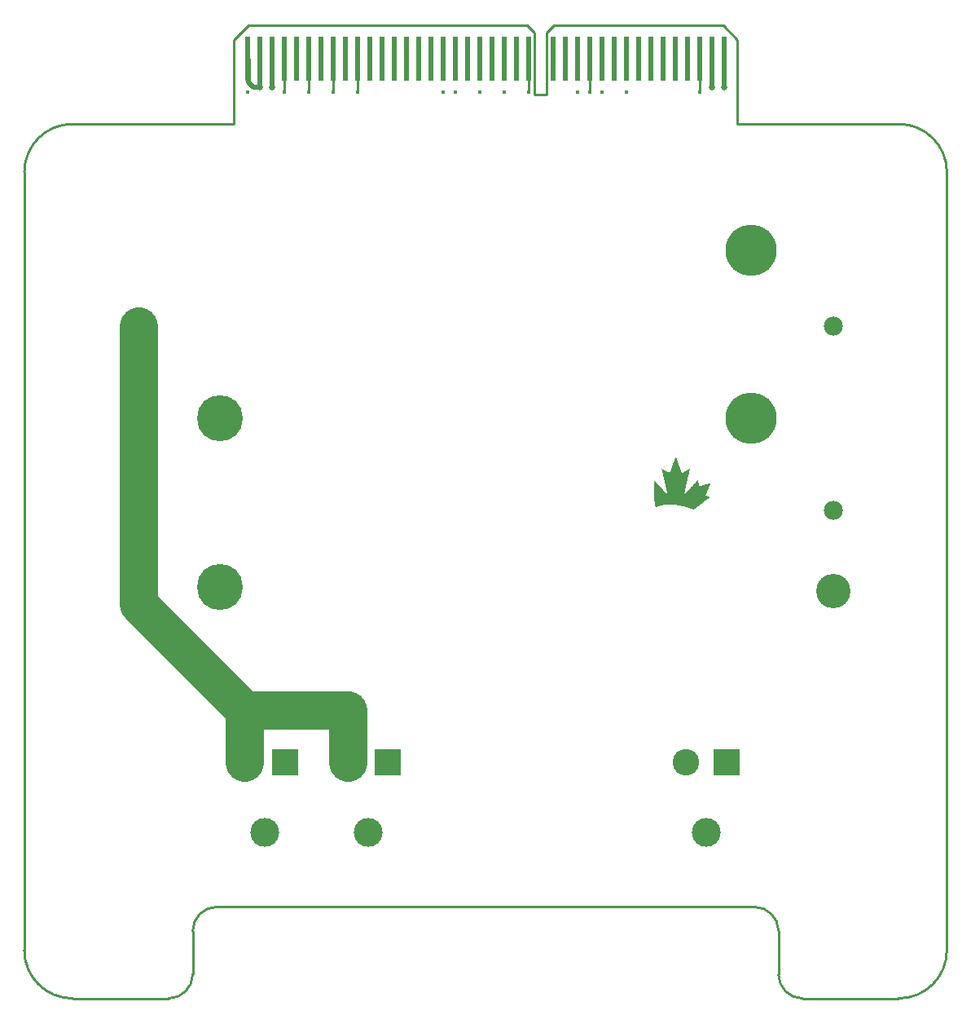
<source format=gbr>
%TF.GenerationSoftware,Altium Limited,Altium Designer,22.11.1 (43)*%
G04 Layer_Physical_Order=2*
G04 Layer_Color=16711680*
%FSLAX45Y45*%
%MOMM*%
%TF.SameCoordinates,CC3570FD-A2D7-4FBA-AFAC-830B96578B4B*%
%TF.FilePolarity,Positive*%
%TF.FileFunction,Copper,L2,Bot,Signal*%
%TF.Part,Single*%
G01*
G75*
%TA.AperFunction,SMDPad,CuDef*%
%ADD10R,0.53000X4.57200*%
%TA.AperFunction,Conductor*%
%ADD11C,4.00000*%
%ADD12C,0.29300*%
%ADD13C,0.50000*%
%TA.AperFunction,NonConductor*%
%ADD14C,0.25400*%
%TA.AperFunction,ComponentPad*%
%ADD15C,3.00000*%
%ADD16R,2.75000X2.75000*%
%ADD17C,2.75000*%
%ADD18C,1.98000*%
%ADD19C,3.57000*%
%ADD20C,5.32500*%
%ADD21C,4.77000*%
%TA.AperFunction,ViaPad*%
%ADD22C,0.44400*%
%ADD23C,0.63500*%
G36*
X6654274Y5372238D02*
X6655309Y5368099D01*
X6655826Y5363442D01*
X6656861Y5360855D01*
X6657378Y5358786D01*
X6657896Y5355164D01*
X6658413Y5353094D01*
X6659448Y5349472D01*
X6660483Y5345332D01*
X6661000Y5341193D01*
X6662035Y5338606D01*
X6662553Y5336536D01*
X6663329Y5331621D01*
X6663846Y5329551D01*
X6665140Y5325153D01*
X6665916Y5320755D01*
X6666433Y5318168D01*
X6667727Y5314805D01*
X6668244Y5309630D01*
X6668762Y5308078D01*
X6669797Y5304456D01*
X6670314Y5302386D01*
X6671090Y5297471D01*
X6672384Y5294108D01*
X6673677Y5286605D01*
X6674971Y5283242D01*
X6675747Y5277291D01*
X6676264Y5275222D01*
X6677040Y5272893D01*
X6677558Y5270824D01*
X6678334Y5265908D01*
X6679369Y5263321D01*
X6679886Y5261251D01*
X6680921Y5255042D01*
X6682215Y5250644D01*
X6682732Y5248574D01*
X6683250Y5243918D01*
X6684284Y5241331D01*
X6684802Y5239261D01*
X6685578Y5234863D01*
X6686354Y5232017D01*
X6686095Y5231241D01*
X6684543Y5231758D01*
X6682215Y5233569D01*
X6681697Y5234604D01*
X6680145Y5236156D01*
X6679627Y5237191D01*
X6677817Y5238485D01*
X6676782Y5240037D01*
X6675747Y5240554D01*
X6674971Y5241331D01*
X6674454Y5242365D01*
X6672384Y5244435D01*
X6672125Y5245211D01*
X6671090Y5245729D01*
X6670314Y5246505D01*
X6669797Y5247540D01*
X6667986Y5248833D01*
X6666951Y5250385D01*
X6665916Y5250903D01*
X6663846Y5254008D01*
X6661777Y5256077D01*
X6661000Y5256336D01*
X6660483Y5257371D01*
X6657378Y5260475D01*
X6656861Y5261510D01*
X6650652Y5267719D01*
X6650135Y5268754D01*
X6642373Y5276515D01*
X6641856Y5277550D01*
X6640303Y5279102D01*
X6640045Y5279879D01*
X6639010Y5280396D01*
X6637716Y5281690D01*
X6637458Y5282466D01*
X6636423Y5282983D01*
X6635129Y5284277D01*
X6634612Y5285312D01*
X6633577Y5285829D01*
X6633060Y5286864D01*
X6630472Y5289451D01*
X6630214Y5290227D01*
X6629179Y5290745D01*
X6628403Y5291521D01*
X6627885Y5292556D01*
X6626333Y5293590D01*
X6625816Y5294625D01*
X6623487Y5297471D01*
X6618054Y5302904D01*
X6617537Y5303939D01*
X6610293Y5311183D01*
X6609776Y5312217D01*
X6603049Y5318944D01*
X6602532Y5319979D01*
X6595805Y5326705D01*
X6595288Y5327740D01*
X6593218Y5329810D01*
X6592701Y5330845D01*
X6585974Y5337571D01*
X6585457Y5338606D01*
X6578213Y5345850D01*
X6577696Y5346885D01*
X6570451Y5354129D01*
X6569934Y5355164D01*
X6563208Y5361890D01*
X6562690Y5362925D01*
X6560620Y5364995D01*
X6560103Y5366029D01*
X6559327Y5366806D01*
X6558551Y5367064D01*
X6558033Y5368099D01*
X6553377Y5372756D01*
X6552859Y5373791D01*
X6552083Y5374567D01*
X6551307Y5374826D01*
X6550790Y5375860D01*
X6549496Y5377154D01*
X6548461Y5377671D01*
X6547168Y5379483D01*
X6546133Y5380517D01*
X6545615Y5381552D01*
X6544839Y5382328D01*
X6542511Y5382069D01*
X6543287Y5295919D01*
X6544322Y5240037D01*
X6544839Y5237450D01*
X6545356Y5220375D01*
X6545874Y5205887D01*
X6546391Y5195021D01*
X6547426Y5181568D01*
X6548202Y5178722D01*
X6548979Y5167598D01*
X6550013Y5159319D01*
X6550790Y5156473D01*
X6551566Y5147418D01*
X6552083Y5145349D01*
X6552859Y5142503D01*
X6553635Y5137070D01*
X6554153Y5132931D01*
X6554670Y5130344D01*
X6555964Y5125946D01*
X6556481Y5119737D01*
X6558033Y5116114D01*
X6559327Y5108612D01*
X6560620Y5105249D01*
X6561138Y5102144D01*
X6561914Y5101368D01*
X6564501Y5101885D01*
X6568123Y5103438D01*
X6570193Y5103955D01*
X6574850Y5106025D01*
X6578213Y5106801D01*
X6578989Y5107577D01*
X6582611Y5108612D01*
X6585457Y5109388D01*
X6588303Y5110681D01*
X6590372Y5111199D01*
X6593736Y5111975D01*
X6596323Y5113010D01*
X6599168Y5113786D01*
X6603049Y5114562D01*
X6606412Y5115856D01*
X6610034Y5116373D01*
X6617278Y5118443D01*
X6622194Y5119219D01*
X6626592Y5120512D01*
X6630214Y5121030D01*
X6635129Y5121806D01*
X6640303Y5122841D01*
X6642373Y5123358D01*
X6648065Y5123876D01*
X6652722Y5124393D01*
X6655568Y5125169D01*
X6666951Y5126204D01*
X6680404Y5127239D01*
X6686095Y5127757D01*
X6687648Y5128274D01*
X6735250Y5127757D01*
X6736803Y5127239D01*
X6751291Y5126722D01*
X6752843Y5126204D01*
X6764226Y5125687D01*
X6766813Y5124652D01*
X6768107Y5124911D01*
X6770176Y5124393D01*
X6774833Y5123876D01*
X6780525Y5123358D01*
X6784664Y5122841D01*
X6787510Y5122065D01*
X6792426Y5121289D01*
X6798117Y5120771D01*
X6803809Y5119737D01*
X6806655Y5118960D01*
X6813123Y5118184D01*
X6815192Y5117667D01*
X6818038Y5116890D01*
X6820108Y5116373D01*
X6825799Y5115856D01*
X6828387Y5114821D01*
X6832526Y5113786D01*
X6837183Y5113269D01*
X6839770Y5112234D01*
X6841840Y5111716D01*
X6845462Y5111199D01*
X6848825Y5110423D01*
X6852188Y5109129D01*
X6857103Y5108353D01*
X6861243Y5106801D01*
X6863830Y5106283D01*
X6866934Y5105766D01*
X6869522Y5104731D01*
X6871850Y5103955D01*
X6875989Y5103438D01*
X6880646Y5101368D01*
X6884786Y5100851D01*
X6888408Y5099298D01*
X6890477Y5098781D01*
X6893323Y5098005D01*
X6896169Y5096711D01*
X6900567Y5095935D01*
X6904965Y5094124D01*
X6909104Y5093089D01*
X6910139Y5092054D01*
X6916090Y5090761D01*
X6916866Y5089985D01*
X6920488Y5088950D01*
X6923334Y5088174D01*
X6926179Y5086880D01*
X6930319Y5085845D01*
X6933941Y5084293D01*
X6936010Y5083775D01*
X6940667Y5081706D01*
X6944030Y5080930D01*
X6944807Y5080154D01*
X6947394Y5079119D01*
X6950757Y5078343D01*
X6954120Y5076532D01*
X6957225Y5077049D01*
X6958260Y5078601D01*
X6960847Y5080154D01*
X6961881Y5081188D01*
X6962916Y5081706D01*
X6964469Y5083258D01*
X6967056Y5084811D01*
X6968090Y5085845D01*
X6969126Y5086363D01*
X6971971Y5088691D01*
X6973782Y5089985D01*
X6974817Y5091020D01*
X6977404Y5092572D01*
X6978439Y5093607D01*
X6979474Y5094124D01*
X6984131Y5097746D01*
X6987753Y5100333D01*
X6994220Y5105249D01*
X6997325Y5107318D01*
X6998618Y5108612D01*
X6999653Y5109129D01*
X7001206Y5110681D01*
X7003793Y5112234D01*
X7004827Y5113269D01*
X7007415Y5114821D01*
X7008967Y5116373D01*
X7010002Y5116890D01*
X7011554Y5118443D01*
X7014141Y5119995D01*
X7015176Y5121030D01*
X7017763Y5122582D01*
X7018798Y5123617D01*
X7019833Y5124135D01*
X7021385Y5125687D01*
X7022420Y5126204D01*
X7027335Y5129567D01*
X7027853Y5130602D01*
X7030699Y5132413D01*
X7031733Y5133448D01*
X7034321Y5135000D01*
X7035356Y5136035D01*
X7037684Y5137329D01*
X7037942Y5138105D01*
X7040530Y5139657D01*
X7041565Y5140692D01*
X7044152Y5142244D01*
X7045187Y5143279D01*
X7046998Y5144055D01*
X7047515Y5145090D01*
X7048291Y5145866D01*
X7050878Y5147418D01*
X7051913Y5148453D01*
X7054500Y5150006D01*
X7055535Y5151040D01*
X7056570Y5151558D01*
X7058122Y5153110D01*
X7060709Y5154662D01*
X7061744Y5155697D01*
X7062779Y5156215D01*
X7064331Y5157767D01*
X7066918Y5159319D01*
X7068470Y5160872D01*
X7071057Y5162424D01*
X7072093Y5163459D01*
X7073127Y5163976D01*
X7074680Y5165528D01*
X7077267Y5167081D01*
X7078819Y5168633D01*
X7079854Y5169150D01*
X7080889Y5170185D01*
X7084252Y5171996D01*
X7084511Y5172772D01*
X7087098Y5174324D01*
X7088133Y5175359D01*
X7089167Y5175877D01*
X7090720Y5177429D01*
X7091754Y5177946D01*
X7094600Y5180275D01*
X7097446Y5182086D01*
X7098481Y5183121D01*
X7099516Y5183638D01*
X7101068Y5185190D01*
X7103655Y5186742D01*
X7104690Y5187778D01*
X7107277Y5189330D01*
X7108829Y5190882D01*
X7109864Y5191399D01*
X7111417Y5192952D01*
X7114004Y5194504D01*
X7115039Y5195539D01*
X7117626Y5197091D01*
X7119178Y5198643D01*
X7120213Y5199161D01*
X7121248Y5200196D01*
X7122282Y5200713D01*
X7125128Y5203041D01*
X7127198Y5204076D01*
X7127715Y5206146D01*
X7127198Y5207181D01*
X7124352Y5207957D01*
X7120471Y5208733D01*
X7117108Y5210027D01*
X7115039Y5210544D01*
X7111417Y5211061D01*
X7107795Y5212614D01*
X7104173Y5213131D01*
X7100809Y5214425D01*
X7097963Y5215201D01*
X7092531Y5216494D01*
X7089943Y5217529D01*
X7086839Y5218047D01*
X7084252Y5218564D01*
X7081406Y5219858D01*
X7078819Y5220893D01*
X7078560Y5222704D01*
X7080113Y5224256D01*
X7080630Y5227360D01*
X7083217Y5233052D01*
X7083734Y5234087D01*
X7085287Y5237709D01*
X7087356Y5242365D01*
X7088650Y5245729D01*
X7089426Y5246505D01*
X7090202Y5249868D01*
X7092013Y5253231D01*
X7093307Y5256595D01*
X7094600Y5259440D01*
X7095118Y5261510D01*
X7095635Y5262545D01*
X7096670Y5263580D01*
X7097187Y5265650D01*
X7098481Y5269013D01*
X7099257Y5269789D01*
X7099774Y5271859D01*
X7100809Y5274446D01*
X7102362Y5278068D01*
X7103397Y5280655D01*
X7104949Y5284277D01*
X7105466Y5285829D01*
X7107019Y5288416D01*
X7107536Y5290486D01*
X7110123Y5296177D01*
X7110640Y5298247D01*
X7111675Y5299282D01*
X7112193Y5301352D01*
X7114780Y5307043D01*
X7115556Y5309889D01*
X7116332Y5310665D01*
X7117367Y5313252D01*
X7117884Y5315322D01*
X7118919Y5316357D01*
X7120730Y5321272D01*
X7122024Y5324118D01*
X7122541Y5326188D01*
X7123059Y5327223D01*
X7124611Y5329810D01*
X7125128Y5332914D01*
X7126680Y5334467D01*
X7127198Y5336536D01*
X7128491Y5339900D01*
X7129268Y5340676D01*
X7130044Y5344039D01*
X7131855Y5347402D01*
X7132889Y5351024D01*
X7132372Y5352059D01*
X7130044Y5352318D01*
X7128491Y5351800D01*
X7125128Y5350507D01*
X7122800Y5349731D01*
X7118919Y5348955D01*
X7116332Y5347920D01*
X7113486Y5347143D01*
X7110382Y5346626D01*
X7106760Y5345074D01*
X7100809Y5343780D01*
X7097963Y5342487D01*
X7092531Y5341193D01*
X7089167Y5339900D01*
X7084769Y5339123D01*
X7081406Y5337830D01*
X7077267Y5336795D01*
X7073904Y5335501D01*
X7071057Y5334725D01*
X7067177Y5333949D01*
X7064331Y5332656D01*
X7062261Y5332138D01*
X7059157Y5331621D01*
X7055535Y5330069D01*
X7053465Y5329551D01*
X7050361Y5329034D01*
X7046739Y5327481D01*
X7042341Y5326705D01*
X7039754Y5325671D01*
X7037425Y5324894D01*
X7034321Y5324377D01*
X7030699Y5322825D01*
X7028629Y5322307D01*
X7025007Y5321790D01*
X7021385Y5320238D01*
X7019315Y5319720D01*
X7016728Y5319203D01*
X7014141Y5318168D01*
X7013106Y5318685D01*
X7011813Y5321531D01*
X7011295Y5325153D01*
X7010778Y5326705D01*
X7010002Y5336795D01*
X7009484Y5339900D01*
X7008967Y5341969D01*
X7008450Y5346109D01*
X7007932Y5351800D01*
X7007415Y5355940D01*
X7006897Y5358009D01*
X7006380Y5360597D01*
X7005862Y5364736D01*
X7005345Y5369910D01*
X7004827Y5374567D01*
X7004052Y5376895D01*
X7003534Y5383622D01*
X7002758Y5386468D01*
X7001723Y5386985D01*
X7000429Y5385692D01*
X6999912Y5384657D01*
X6995255Y5380000D01*
X6994996Y5379224D01*
X6993962Y5378706D01*
X6991375Y5375602D01*
X6985942Y5370169D01*
X6984389Y5367582D01*
X6977663Y5360855D01*
X6977146Y5359820D01*
X6968867Y5351541D01*
X6968349Y5350507D01*
X6963175Y5345332D01*
X6962658Y5344298D01*
X6961623Y5343780D01*
X6961105Y5342745D01*
X6953861Y5335501D01*
X6953344Y5334467D01*
X6952050Y5332656D01*
X6951016Y5332138D01*
X6949722Y5330327D01*
X6945583Y5326188D01*
X6945065Y5325153D01*
X6936786Y5316874D01*
X6936269Y5315840D01*
X6930577Y5310148D01*
X6930060Y5309113D01*
X6923334Y5302386D01*
X6922816Y5301352D01*
X6915572Y5294108D01*
X6915055Y5293073D01*
X6913503Y5291521D01*
X6912985Y5290486D01*
X6911174Y5289192D01*
X6910139Y5287640D01*
X6909104Y5287123D01*
X6907811Y5285312D01*
X6906776Y5284794D01*
X6905483Y5282466D01*
X6904448Y5281948D01*
X6903154Y5280137D01*
X6901602Y5279102D01*
X6901084Y5278068D01*
X6900308Y5277291D01*
X6899273Y5276774D01*
X6897721Y5274187D01*
X6896945Y5273928D01*
X6896428Y5272893D01*
X6895651Y5272117D01*
X6894617Y5271600D01*
X6893064Y5269530D01*
X6892288Y5269271D01*
X6891771Y5268237D01*
X6889442Y5265391D01*
X6883492Y5259440D01*
X6882975Y5258406D01*
X6880905Y5256336D01*
X6880646Y5255560D01*
X6879611Y5255042D01*
X6878318Y5253749D01*
X6878059Y5252973D01*
X6877024Y5252455D01*
X6875731Y5251162D01*
X6875213Y5250127D01*
X6873661Y5248574D01*
X6873402Y5247798D01*
X6872368Y5247281D01*
X6871591Y5246505D01*
X6871074Y5245470D01*
X6869263Y5244176D01*
X6867969Y5242365D01*
X6866934Y5241848D01*
X6866417Y5240813D01*
X6859691Y5234087D01*
X6858397Y5231241D01*
X6856327Y5231758D01*
X6856069Y5233569D01*
X6856586Y5235122D01*
X6857362Y5238485D01*
X6858138Y5241331D01*
X6858656Y5243400D01*
X6859173Y5247022D01*
X6860725Y5252714D01*
X6861243Y5254784D01*
X6861760Y5258406D01*
X6863313Y5263580D01*
X6863830Y5265650D01*
X6864606Y5270565D01*
X6865123Y5272635D01*
X6865900Y5274963D01*
X6866417Y5278585D01*
X6867193Y5281948D01*
X6867711Y5284018D01*
X6868487Y5286346D01*
X6869004Y5288416D01*
X6869522Y5292556D01*
X6870039Y5294108D01*
X6871074Y5296695D01*
X6872368Y5304197D01*
X6873143Y5307043D01*
X6873661Y5309113D01*
X6874179Y5312735D01*
X6874954Y5315581D01*
X6876248Y5319979D01*
X6877024Y5324894D01*
X6878059Y5327481D01*
X6878577Y5330069D01*
X6879611Y5336278D01*
X6880905Y5340676D01*
X6881422Y5342745D01*
X6881940Y5346885D01*
X6882975Y5349472D01*
X6883492Y5351541D01*
X6884009Y5355164D01*
X6885562Y5360855D01*
X6886079Y5362925D01*
X6886855Y5367840D01*
X6888149Y5372238D01*
X6888666Y5374308D01*
X6889184Y5378447D01*
X6890218Y5381035D01*
X6890995Y5384398D01*
X6891512Y5387503D01*
X6892029Y5390090D01*
X6893323Y5394488D01*
X6894099Y5399403D01*
X6895134Y5403543D01*
X6895910Y5405871D01*
X6896428Y5409493D01*
X6896945Y5411563D01*
X6897721Y5414409D01*
X6898497Y5416737D01*
X6899273Y5421652D01*
X6900308Y5425792D01*
X6901084Y5428638D01*
X6901860Y5433553D01*
X6903671Y5439503D01*
X6904448Y5444419D01*
X6905483Y5447006D01*
X6906000Y5449593D01*
X6906517Y5453733D01*
X6907035Y5455802D01*
X6908328Y5460200D01*
X6908846Y5463822D01*
X6909622Y5466668D01*
X6910915Y5471066D01*
X6911692Y5475982D01*
X6912468Y5478827D01*
X6913503Y5482450D01*
X6914020Y5487106D01*
X6915055Y5489693D01*
X6915572Y5491763D01*
X6916090Y5495385D01*
X6916607Y5497455D01*
X6917642Y5499524D01*
X6916866Y5500301D01*
X6914279Y5499783D01*
X6909622Y5497196D01*
X6908587Y5496161D01*
X6906000Y5495644D01*
X6904965Y5494609D01*
X6902378Y5493574D01*
X6901343Y5493057D01*
X6899791Y5491504D01*
X6896945Y5490728D01*
X6893582Y5488917D01*
X6890995Y5487365D01*
X6889960Y5486330D01*
X6887114Y5485554D01*
X6885820Y5484261D01*
X6883751Y5483743D01*
X6881164Y5482191D01*
X6876507Y5479604D01*
X6873920Y5478569D01*
X6872885Y5478051D01*
X6871850Y5477016D01*
X6869263Y5475982D01*
X6868228Y5475464D01*
X6867193Y5474429D01*
X6863830Y5473136D01*
X6860467Y5471325D01*
X6857880Y5469773D01*
X6839253Y5459942D01*
X6835113Y5457872D01*
X6832785Y5459683D01*
X6831750Y5463305D01*
X6830456Y5466668D01*
X6829163Y5469514D01*
X6828645Y5472618D01*
X6827610Y5473653D01*
X6826576Y5477793D01*
X6824506Y5482450D01*
X6823730Y5485813D01*
X6822954Y5486589D01*
X6821919Y5489176D01*
X6821143Y5492022D01*
X6819849Y5494868D01*
X6818814Y5499007D01*
X6816745Y5503664D01*
X6816227Y5506251D01*
X6815192Y5507286D01*
X6814675Y5509356D01*
X6812864Y5514271D01*
X6811570Y5517634D01*
X6810794Y5520480D01*
X6810018Y5521256D01*
X6809242Y5524619D01*
X6808725Y5526689D01*
X6807948Y5527465D01*
X6806913Y5530052D01*
X6806396Y5533157D01*
X6805361Y5534192D01*
X6804326Y5536779D01*
X6803809Y5539883D01*
X6801739Y5544540D01*
X6801222Y5547127D01*
X6800187Y5548162D01*
X6799152Y5552302D01*
X6797082Y5556958D01*
X6796306Y5559804D01*
X6794495Y5564202D01*
X6793978Y5566272D01*
X6792426Y5569894D01*
X6791908Y5571963D01*
X6790873Y5574551D01*
X6789321Y5578172D01*
X6788804Y5580760D01*
X6787251Y5583347D01*
X6786475Y5586710D01*
X6785699Y5588521D01*
X6784664Y5591108D01*
X6784147Y5593178D01*
X6782077Y5597835D01*
X6781560Y5600422D01*
X6779490Y5605078D01*
X6778714Y5607924D01*
X6777938Y5608700D01*
X6776903Y5612323D01*
X6774316Y5619049D01*
X6773798Y5621119D01*
X6772764Y5623706D01*
X6771470Y5626034D01*
X6770176Y5625775D01*
X6769142Y5622154D01*
X6767589Y5618532D01*
X6767072Y5616462D01*
X6766037Y5613875D01*
X6764485Y5610253D01*
X6763967Y5607666D01*
X6762415Y5604044D01*
X6761122Y5600680D01*
X6759828Y5597835D01*
X6759311Y5594730D01*
X6757758Y5592143D01*
X6757241Y5590073D01*
X6756465Y5587228D01*
X6755689Y5586451D01*
X6754654Y5582829D01*
X6752584Y5577655D01*
X6752067Y5575585D01*
X6749997Y5570929D01*
X6749221Y5567565D01*
X6747927Y5565237D01*
X6747410Y5563167D01*
X6746116Y5559804D01*
X6745340Y5559028D01*
X6744564Y5555665D01*
X6743012Y5551525D01*
X6742236Y5549197D01*
X6741718Y5547127D01*
X6739649Y5542470D01*
X6739131Y5540401D01*
X6737579Y5536779D01*
X6736803Y5533933D01*
X6735509Y5531605D01*
X6734992Y5529535D01*
X6732405Y5522808D01*
X6731887Y5520221D01*
X6730852Y5519187D01*
X6729818Y5515047D01*
X6727748Y5510390D01*
X6726972Y5507544D01*
X6725678Y5504699D01*
X6725161Y5502629D01*
X6723867Y5499266D01*
X6722574Y5496420D01*
X6721798Y5493057D01*
X6719987Y5489693D01*
X6719469Y5486589D01*
X6717917Y5484002D01*
X6717141Y5480639D01*
X6716365Y5478827D01*
X6715330Y5476241D01*
X6714812Y5474171D01*
X6712743Y5469514D01*
X6711967Y5466151D01*
X6711190Y5465375D01*
X6710155Y5462787D01*
X6709638Y5459683D01*
X6708344Y5458389D01*
X6704205Y5458907D01*
X6702653Y5460459D01*
X6694892Y5464081D01*
X6693857Y5464598D01*
X6692822Y5465633D01*
X6689459Y5466927D01*
X6688165Y5468220D01*
X6684802Y5469514D01*
X6681439Y5471325D01*
X6679627Y5472101D01*
X6679369Y5472877D01*
X6676782Y5473912D01*
X6670055Y5477534D01*
X6669020Y5478569D01*
X6666175Y5479345D01*
X6665398Y5480121D01*
X6662811Y5481156D01*
X6660224Y5482708D01*
X6655568Y5485295D01*
X6652980Y5486330D01*
X6651946Y5486848D01*
X6646771Y5489952D01*
X6644184Y5490987D01*
X6641597Y5492539D01*
X6636940Y5495126D01*
X6628144Y5499783D01*
X6627109Y5500818D01*
X6625557Y5500301D01*
X6625298Y5497972D01*
X6625816Y5496420D01*
X6626333Y5492798D01*
X6627368Y5490211D01*
X6627885Y5486589D01*
X6629179Y5481156D01*
X6629955Y5478310D01*
X6630472Y5476241D01*
X6630990Y5472101D01*
X6632025Y5469514D01*
X6632801Y5466668D01*
X6633836Y5460459D01*
X6635129Y5456061D01*
X6635905Y5451145D01*
X6636423Y5449076D01*
X6637716Y5444678D01*
X6638234Y5441056D01*
X6638751Y5438986D01*
X6640303Y5433812D01*
X6641080Y5428896D01*
X6641597Y5426827D01*
X6642373Y5423981D01*
X6642891Y5421911D01*
X6643667Y5416996D01*
X6644960Y5413632D01*
X6645478Y5410010D01*
X6646254Y5406130D01*
X6647548Y5402766D01*
X6648324Y5396816D01*
X6648841Y5394746D01*
X6649617Y5392418D01*
X6650135Y5390348D01*
X6650652Y5386726D01*
X6651428Y5383881D01*
X6652722Y5379483D01*
X6653498Y5374567D01*
X6654274Y5372756D01*
Y5372238D01*
D02*
G37*
D10*
X5238700Y9760000D02*
D03*
X7270700D02*
D03*
X7143700D02*
D03*
X7016700D02*
D03*
X6889700D02*
D03*
X6762700D02*
D03*
X6635700D02*
D03*
X6508700D02*
D03*
X6381700D02*
D03*
X6254700D02*
D03*
X6127700D02*
D03*
X6000700D02*
D03*
X5873700D02*
D03*
X5746700D02*
D03*
X5619700D02*
D03*
X5492700D02*
D03*
X5111700D02*
D03*
X4984700D02*
D03*
X4857700D02*
D03*
X4730700D02*
D03*
X4603700D02*
D03*
X4476700D02*
D03*
X4349700D02*
D03*
X4222700D02*
D03*
X4095700D02*
D03*
X3968700D02*
D03*
X3841700D02*
D03*
X3714700D02*
D03*
X3587700D02*
D03*
X3460700D02*
D03*
X3333700D02*
D03*
X3206700D02*
D03*
X3079700D02*
D03*
X2952700D02*
D03*
X2825700D02*
D03*
X2698700D02*
D03*
X2571700D02*
D03*
X2444700D02*
D03*
X2317700D02*
D03*
D11*
X2290000Y2990000D02*
X3360000D01*
Y2450000D02*
Y2990000D01*
X2290000Y2450000D02*
Y2990000D01*
X1183250Y4096750D02*
X2290000Y2990000D01*
X1183250Y4096750D02*
Y5066000D01*
Y6979000D01*
D12*
X2698700Y9410000D02*
Y9760000D01*
X2952700Y9410000D02*
Y9760000D01*
X3206700Y9410000D02*
Y9760000D01*
X3460700Y9410000D02*
Y9760000D01*
X5238700Y9410000D02*
Y9760000D01*
X5873700Y9410000D02*
Y9760000D01*
X7016700Y9410000D02*
Y9760000D01*
D13*
X2444700Y9460000D02*
Y9760000D01*
X2317700D02*
X2325700Y9752000D01*
X2442117Y9462583D02*
X2444700Y9460000D01*
X2325700Y9514300D02*
X2377417Y9462583D01*
X2442117D01*
X2325700Y9514300D02*
Y9752000D01*
X7270700Y9460000D02*
Y9760000D01*
X7143700Y9460000D02*
Y9760000D01*
X2571700Y9460000D02*
Y9760000D01*
D14*
X9588500Y8580500D02*
G03*
X9088500Y9080500I-500000J0D01*
G01*
X500000D02*
G03*
X0Y8580500I0J-500000D01*
G01*
X9088500Y0D02*
G03*
X9588500Y500000I0J500000D01*
G01*
X7838500Y700000D02*
G03*
X7588500Y950000I-250000J0D01*
G01*
X7838500Y250000D02*
G03*
X8088500Y0I250000J0D01*
G01*
X2000000Y950000D02*
G03*
X1750000Y700000I0J-250000D01*
G01*
X1500000Y0D02*
G03*
X1750000Y250000I-0J250000D01*
G01*
X0Y500000D02*
G03*
X500000Y0I500000J0D01*
G01*
X5228700Y10101500D02*
X5303700Y10026500D01*
X5303700D02*
X5303750Y9385500D01*
X5427700D02*
Y10026500D01*
X5502700Y10101500D01*
X5303700Y9385500D02*
X5427700D01*
X2326700Y10101500D02*
X5228700D01*
X2176700Y9951700D02*
X2326700Y10101500D01*
X7261700D02*
X7411700Y9951700D01*
X500000Y9080500D02*
X2176700D01*
X5502700Y10101500D02*
X7261700D01*
X7411700Y9080500D02*
Y9951700D01*
X2176700D02*
X2176750Y9080500D01*
X7411700D02*
X9088500D01*
X8088500Y0D02*
X9088500D01*
X2000000Y950000D02*
X7588500D01*
X7838500Y250000D02*
Y700000D01*
X1750000Y250000D02*
Y700000D01*
X9588500Y500000D02*
Y8580500D01*
X500000Y0D02*
X1500000D01*
X0Y500000D02*
Y8580500D01*
D15*
X7088500Y1720000D02*
D03*
X3570000D02*
D03*
X2500000D02*
D03*
D16*
X7298500Y2450000D02*
D03*
X3780000D02*
D03*
X2710000D02*
D03*
D17*
X6878500D02*
D03*
X3360000D02*
D03*
X2290000D02*
D03*
D18*
X8405250Y6979000D02*
D03*
Y5066000D02*
D03*
X1183250Y6979000D02*
D03*
Y5066000D02*
D03*
D19*
X8405250Y4229000D02*
D03*
D20*
X7554250Y7771000D02*
D03*
Y6024000D02*
D03*
D21*
X2034250Y4271000D02*
D03*
Y6024000D02*
D03*
D22*
X7016700Y9410000D02*
D03*
X6254700D02*
D03*
X6000700D02*
D03*
X5873700D02*
D03*
X5746700D02*
D03*
X5238700D02*
D03*
X4984700D02*
D03*
X4730700D02*
D03*
X4476700D02*
D03*
X4349700D02*
D03*
X3460700D02*
D03*
X3206700D02*
D03*
X2952700D02*
D03*
X2698700D02*
D03*
X2317700D02*
D03*
D23*
X2444700Y9460000D02*
D03*
X2571700D02*
D03*
X7270700D02*
D03*
X7143700D02*
D03*
%TF.MD5,0df59212c19b97438a532088dd5a7819*%
M02*

</source>
